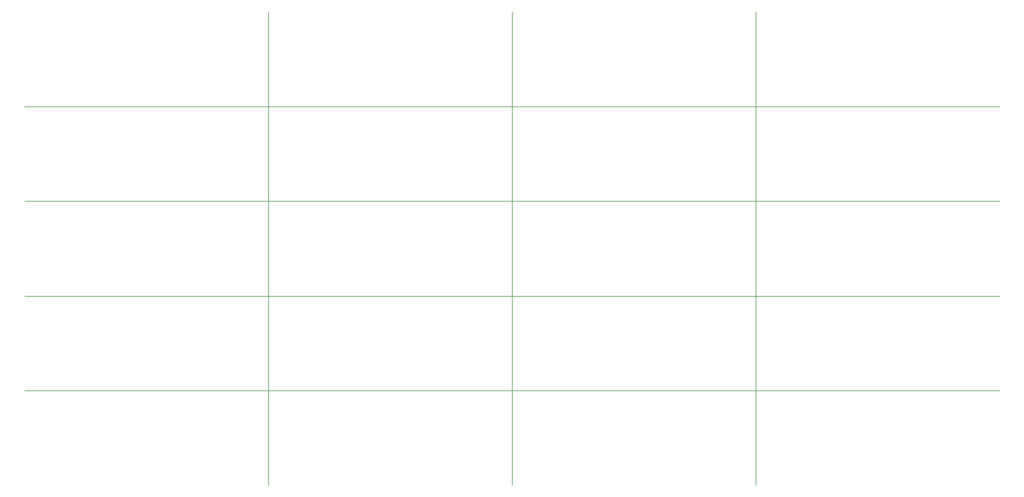
<source format=gbr>
G75*
G71*
%MOMM*%
%OFA0B0*%
%FSLAX53Y53*%
%IPPOS*%
%LPD*%
%ADD10C,0.00100*%
D10*
X0000000Y0014000D02*
X0144000Y0014000D01*
X0000000Y0028000D02*
X0144000Y0028000D01*
X0000000Y0042000D02*
X0144000Y0042000D01*
X0000000Y0056000D02*
X0144000Y0056000D01*
X0036000Y0000000D02*
X0036000Y0070000D01*
X0072000Y0000000D02*
X0072000Y0070000D01*
X0108000Y0000000D02*
X0108000Y0070000D01*
M02*

</source>
